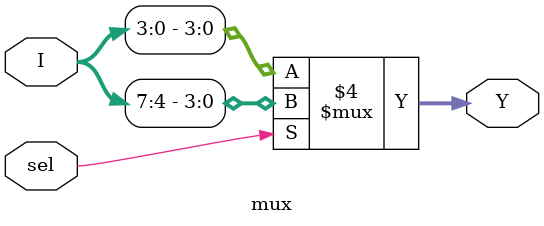
<source format=v>
`timescale 1ns / 1ps


module mux(
    input [7:0]I,
    input sel,
    output reg [3:0]Y
    );
    
always @(I, sel)

    if (sel == 1'd0)
    begin
        Y = I[3:0];
    end
    
    else
    begin
        Y = I[7:4];
    end
    
endmodule

</source>
